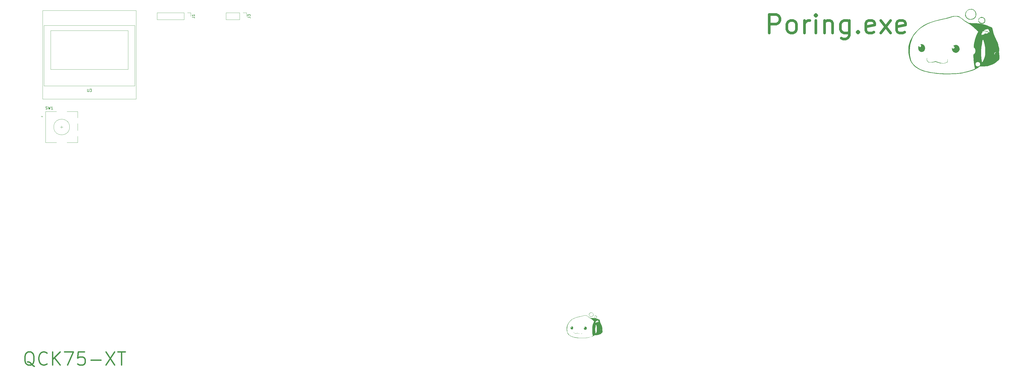
<source format=gto>
G04 #@! TF.GenerationSoftware,KiCad,Pcbnew,(6.0.11)*
G04 #@! TF.CreationDate,2023-02-23T23:31:12+07:00*
G04 #@! TF.ProjectId,QCK,51434b2e-6b69-4636-9164-5f7063625858,rev?*
G04 #@! TF.SameCoordinates,Original*
G04 #@! TF.FileFunction,Legend,Top*
G04 #@! TF.FilePolarity,Positive*
%FSLAX46Y46*%
G04 Gerber Fmt 4.6, Leading zero omitted, Abs format (unit mm)*
G04 Created by KiCad (PCBNEW (6.0.11)) date 2023-02-23 23:31:12*
%MOMM*%
%LPD*%
G01*
G04 APERTURE LIST*
%ADD10C,0.500000*%
%ADD11C,1.000000*%
%ADD12C,0.150000*%
%ADD13C,0.120000*%
%ADD14O,1.700000X1.700000*%
%ADD15R,1.700000X1.700000*%
%ADD16C,4.800000*%
%ADD17R,2.000000X2.000000*%
%ADD18C,2.000000*%
%ADD19R,3.200000X2.000000*%
%ADD20C,3.987800*%
%ADD21C,1.750000*%
%ADD22C,3.300000*%
%ADD23C,4.000000*%
%ADD24C,0.650000*%
%ADD25O,1.000000X2.100000*%
%ADD26O,1.000000X1.600000*%
G04 APERTURE END LIST*
D10*
X37151904Y-184538095D02*
X36675714Y-184300000D01*
X36199523Y-183823809D01*
X35485238Y-183109523D01*
X35009047Y-182871428D01*
X34532857Y-182871428D01*
X34770952Y-184061904D02*
X34294761Y-183823809D01*
X33818571Y-183347619D01*
X33580476Y-182395238D01*
X33580476Y-180728571D01*
X33818571Y-179776190D01*
X34294761Y-179300000D01*
X34770952Y-179061904D01*
X35723333Y-179061904D01*
X36199523Y-179300000D01*
X36675714Y-179776190D01*
X36913809Y-180728571D01*
X36913809Y-182395238D01*
X36675714Y-183347619D01*
X36199523Y-183823809D01*
X35723333Y-184061904D01*
X34770952Y-184061904D01*
X41913809Y-183585714D02*
X41675714Y-183823809D01*
X40961428Y-184061904D01*
X40485238Y-184061904D01*
X39770952Y-183823809D01*
X39294761Y-183347619D01*
X39056666Y-182871428D01*
X38818571Y-181919047D01*
X38818571Y-181204761D01*
X39056666Y-180252380D01*
X39294761Y-179776190D01*
X39770952Y-179300000D01*
X40485238Y-179061904D01*
X40961428Y-179061904D01*
X41675714Y-179300000D01*
X41913809Y-179538095D01*
X44056666Y-184061904D02*
X44056666Y-179061904D01*
X46913809Y-184061904D02*
X44770952Y-181204761D01*
X46913809Y-179061904D02*
X44056666Y-181919047D01*
X48580476Y-179061904D02*
X51913809Y-179061904D01*
X49770952Y-184061904D01*
X56199523Y-179061904D02*
X53818571Y-179061904D01*
X53580476Y-181442857D01*
X53818571Y-181204761D01*
X54294761Y-180966666D01*
X55485238Y-180966666D01*
X55961428Y-181204761D01*
X56199523Y-181442857D01*
X56437619Y-181919047D01*
X56437619Y-183109523D01*
X56199523Y-183585714D01*
X55961428Y-183823809D01*
X55485238Y-184061904D01*
X54294761Y-184061904D01*
X53818571Y-183823809D01*
X53580476Y-183585714D01*
X58580476Y-182157142D02*
X62390000Y-182157142D01*
X64294761Y-179061904D02*
X67628095Y-184061904D01*
X67628095Y-179061904D02*
X64294761Y-184061904D01*
X68818571Y-179061904D02*
X71675714Y-179061904D01*
X70247142Y-184061904D02*
X70247142Y-179061904D01*
D11*
X316042708Y-57935416D02*
X316042708Y-50935416D01*
X318709375Y-50935416D01*
X319376041Y-51268750D01*
X319709375Y-51602083D01*
X320042708Y-52268750D01*
X320042708Y-53268750D01*
X319709375Y-53935416D01*
X319376041Y-54268750D01*
X318709375Y-54602083D01*
X316042708Y-54602083D01*
X324042708Y-57935416D02*
X323376041Y-57602083D01*
X323042708Y-57268750D01*
X322709375Y-56602083D01*
X322709375Y-54602083D01*
X323042708Y-53935416D01*
X323376041Y-53602083D01*
X324042708Y-53268750D01*
X325042708Y-53268750D01*
X325709375Y-53602083D01*
X326042708Y-53935416D01*
X326376041Y-54602083D01*
X326376041Y-56602083D01*
X326042708Y-57268750D01*
X325709375Y-57602083D01*
X325042708Y-57935416D01*
X324042708Y-57935416D01*
X329376041Y-57935416D02*
X329376041Y-53268750D01*
X329376041Y-54602083D02*
X329709375Y-53935416D01*
X330042708Y-53602083D01*
X330709375Y-53268750D01*
X331376041Y-53268750D01*
X333709375Y-57935416D02*
X333709375Y-53268750D01*
X333709375Y-50935416D02*
X333376041Y-51268750D01*
X333709375Y-51602083D01*
X334042708Y-51268750D01*
X333709375Y-50935416D01*
X333709375Y-51602083D01*
X337042708Y-53268750D02*
X337042708Y-57935416D01*
X337042708Y-53935416D02*
X337376041Y-53602083D01*
X338042708Y-53268750D01*
X339042708Y-53268750D01*
X339709375Y-53602083D01*
X340042708Y-54268750D01*
X340042708Y-57935416D01*
X346376041Y-53268750D02*
X346376041Y-58935416D01*
X346042708Y-59602083D01*
X345709375Y-59935416D01*
X345042708Y-60268750D01*
X344042708Y-60268750D01*
X343376041Y-59935416D01*
X346376041Y-57602083D02*
X345709375Y-57935416D01*
X344376041Y-57935416D01*
X343709375Y-57602083D01*
X343376041Y-57268750D01*
X343042708Y-56602083D01*
X343042708Y-54602083D01*
X343376041Y-53935416D01*
X343709375Y-53602083D01*
X344376041Y-53268750D01*
X345709375Y-53268750D01*
X346376041Y-53602083D01*
X349709375Y-57268750D02*
X350042708Y-57602083D01*
X349709375Y-57935416D01*
X349376041Y-57602083D01*
X349709375Y-57268750D01*
X349709375Y-57935416D01*
X355709375Y-57602083D02*
X355042708Y-57935416D01*
X353709375Y-57935416D01*
X353042708Y-57602083D01*
X352709375Y-56935416D01*
X352709375Y-54268750D01*
X353042708Y-53602083D01*
X353709375Y-53268750D01*
X355042708Y-53268750D01*
X355709375Y-53602083D01*
X356042708Y-54268750D01*
X356042708Y-54935416D01*
X352709375Y-55602083D01*
X358376041Y-57935416D02*
X362042708Y-53268750D01*
X358376041Y-53268750D02*
X362042708Y-57935416D01*
X367376041Y-57602083D02*
X366709375Y-57935416D01*
X365376041Y-57935416D01*
X364709375Y-57602083D01*
X364376041Y-56935416D01*
X364376041Y-54268750D01*
X364709375Y-53602083D01*
X365376041Y-53268750D01*
X366709375Y-53268750D01*
X367376041Y-53602083D01*
X367709375Y-54268750D01*
X367709375Y-54935416D01*
X364376041Y-55602083D01*
D12*
X57258095Y-79262380D02*
X57258095Y-80071904D01*
X57305714Y-80167142D01*
X57353333Y-80214761D01*
X57448571Y-80262380D01*
X57639047Y-80262380D01*
X57734285Y-80214761D01*
X57781904Y-80167142D01*
X57829523Y-80071904D01*
X57829523Y-79262380D01*
X58210476Y-79262380D02*
X58829523Y-79262380D01*
X58496190Y-79643333D01*
X58639047Y-79643333D01*
X58734285Y-79690952D01*
X58781904Y-79738571D01*
X58829523Y-79833809D01*
X58829523Y-80071904D01*
X58781904Y-80167142D01*
X58734285Y-80214761D01*
X58639047Y-80262380D01*
X58353333Y-80262380D01*
X58258095Y-80214761D01*
X58210476Y-80167142D01*
X96948005Y-51927083D02*
X97662291Y-51927083D01*
X97805148Y-51974702D01*
X97900386Y-52069940D01*
X97948005Y-52212797D01*
X97948005Y-52308035D01*
X97948005Y-50927083D02*
X97948005Y-51498511D01*
X97948005Y-51212797D02*
X96948005Y-51212797D01*
X97090863Y-51308035D01*
X97186101Y-51403273D01*
X97233720Y-51498511D01*
X118066755Y-51927083D02*
X118781041Y-51927083D01*
X118923898Y-51974702D01*
X119019136Y-52069940D01*
X119066755Y-52212797D01*
X119066755Y-52308035D01*
X118066755Y-51546130D02*
X118066755Y-50927083D01*
X118447708Y-51260416D01*
X118447708Y-51117559D01*
X118495327Y-51022321D01*
X118542946Y-50974702D01*
X118638184Y-50927083D01*
X118876279Y-50927083D01*
X118971517Y-50974702D01*
X119019136Y-51022321D01*
X119066755Y-51117559D01*
X119066755Y-51403273D01*
X119019136Y-51498511D01*
X118971517Y-51546130D01*
X41444791Y-86867261D02*
X41587648Y-86914880D01*
X41825744Y-86914880D01*
X41920982Y-86867261D01*
X41968601Y-86819642D01*
X42016220Y-86724404D01*
X42016220Y-86629166D01*
X41968601Y-86533928D01*
X41920982Y-86486309D01*
X41825744Y-86438690D01*
X41635267Y-86391071D01*
X41540029Y-86343452D01*
X41492410Y-86295833D01*
X41444791Y-86200595D01*
X41444791Y-86105357D01*
X41492410Y-86010119D01*
X41540029Y-85962500D01*
X41635267Y-85914880D01*
X41873363Y-85914880D01*
X42016220Y-85962500D01*
X42349553Y-85914880D02*
X42587648Y-86914880D01*
X42778125Y-86200595D01*
X42968601Y-86914880D01*
X43206696Y-85914880D01*
X44111458Y-86914880D02*
X43540029Y-86914880D01*
X43825744Y-86914880D02*
X43825744Y-85914880D01*
X43730505Y-86057738D01*
X43635267Y-86152976D01*
X43540029Y-86200595D01*
D13*
X40743750Y-55061250D02*
X75243750Y-55061250D01*
X75243750Y-55061250D02*
X75243750Y-78061250D01*
X75243750Y-78061250D02*
X40743750Y-78061250D01*
X40743750Y-78061250D02*
X40743750Y-55061250D01*
X75743750Y-83061250D02*
X40243750Y-83061250D01*
X40243750Y-83061250D02*
X40243750Y-49461250D01*
X40243750Y-49461250D02*
X75743750Y-49461250D01*
X75743750Y-49461250D02*
X75743750Y-83061250D01*
X43283750Y-57031250D02*
X72703750Y-57031250D01*
X72703750Y-57031250D02*
X72703750Y-71731250D01*
X72703750Y-71731250D02*
X43283750Y-71731250D01*
X43283750Y-71731250D02*
X43283750Y-57031250D01*
G36*
X368829891Y-63955083D02*
G01*
X368873518Y-63266018D01*
X368945878Y-62688708D01*
X369059456Y-62166355D01*
X369226738Y-61642163D01*
X369460211Y-61059335D01*
X369473005Y-61029585D01*
X370091254Y-59757675D01*
X370802865Y-58600642D01*
X371614611Y-57553529D01*
X372533265Y-56611377D01*
X373565600Y-55769230D01*
X374718389Y-55022130D01*
X375998404Y-54365120D01*
X377412420Y-53793242D01*
X378967207Y-53301540D01*
X380571375Y-52906218D01*
X381370073Y-52731826D01*
X382029590Y-52585250D01*
X382576527Y-52459810D01*
X383037483Y-52348826D01*
X383439060Y-52245619D01*
X383807860Y-52143510D01*
X384170482Y-52035817D01*
X384553528Y-51915863D01*
X384691440Y-51871647D01*
X385157605Y-51725303D01*
X385516698Y-51626055D01*
X385821321Y-51564618D01*
X386124075Y-51531706D01*
X386477558Y-51518034D01*
X386709708Y-51515371D01*
X387138697Y-51516525D01*
X387446129Y-51531713D01*
X387679648Y-51568279D01*
X387886896Y-51633566D01*
X388106708Y-51730720D01*
X388357334Y-51872064D01*
X388693272Y-52091975D01*
X389070168Y-52360114D01*
X389435536Y-52639661D01*
X389847819Y-52955010D01*
X390299785Y-53279848D01*
X390731550Y-53572136D01*
X391029659Y-53758712D01*
X391760619Y-54190457D01*
X393553163Y-54212645D01*
X394574911Y-54242058D01*
X395473154Y-54308779D01*
X396291252Y-54421301D01*
X397072566Y-54588117D01*
X397860454Y-54817721D01*
X398698276Y-55118605D01*
X399198041Y-55318362D01*
X399584902Y-55476573D01*
X399940172Y-55620262D01*
X400218992Y-55731376D01*
X400354945Y-55783966D01*
X400498566Y-55852567D01*
X400608955Y-55954758D01*
X400699374Y-56119463D01*
X400783084Y-56375607D01*
X400873349Y-56752115D01*
X400937606Y-57054750D01*
X401133792Y-57878864D01*
X401379122Y-58671032D01*
X401691446Y-59481096D01*
X402088615Y-60358900D01*
X402211118Y-60610750D01*
X402528047Y-61279385D01*
X402752741Y-61811742D01*
X402887016Y-62212349D01*
X402924565Y-62388750D01*
X402990601Y-62734856D01*
X403081361Y-63079924D01*
X403126166Y-63213556D01*
X403213825Y-63511317D01*
X403280006Y-63856924D01*
X403321000Y-64206812D01*
X403333101Y-64517417D01*
X403312598Y-64745174D01*
X403264810Y-64842372D01*
X403216085Y-64906482D01*
X403199485Y-65039990D01*
X403215022Y-65274780D01*
X403262711Y-65642732D01*
X403265145Y-65659686D01*
X403319266Y-66123784D01*
X403360532Y-66642531D01*
X403380655Y-67109844D01*
X403381129Y-67144136D01*
X403369711Y-67592659D01*
X403308253Y-67921030D01*
X403172911Y-68176390D01*
X402939843Y-68405883D01*
X402631575Y-68626124D01*
X402323656Y-68853232D01*
X402010094Y-69119517D01*
X401890149Y-69234115D01*
X401673748Y-69431136D01*
X401428843Y-69604034D01*
X401127128Y-69766663D01*
X400740296Y-69932875D01*
X400240041Y-70116522D01*
X399748375Y-70282270D01*
X399360596Y-70407530D01*
X399049564Y-70497913D01*
X398771809Y-70560185D01*
X398483862Y-70601113D01*
X398142254Y-70627463D01*
X397703516Y-70646002D01*
X397339504Y-70657250D01*
X395946634Y-70698003D01*
X395236508Y-71170504D01*
X394794310Y-71450049D01*
X394350097Y-71696869D01*
X393879507Y-71920129D01*
X393358174Y-72128990D01*
X392761737Y-72332619D01*
X392065831Y-72540177D01*
X391246094Y-72760829D01*
X390522114Y-72943704D01*
X389946126Y-73083104D01*
X389471797Y-73188496D01*
X389037630Y-73271190D01*
X388582127Y-73342499D01*
X388043791Y-73413731D01*
X387810375Y-73442444D01*
X387321369Y-73489181D01*
X386698285Y-73529305D01*
X385976274Y-73562145D01*
X385190488Y-73587028D01*
X384376078Y-73603283D01*
X383568195Y-73610238D01*
X382801990Y-73607221D01*
X382112614Y-73593560D01*
X381535219Y-73568584D01*
X381460375Y-73563815D01*
X379755008Y-73423354D01*
X378206908Y-73240381D01*
X376808997Y-73013196D01*
X375554201Y-72740104D01*
X374435444Y-72419405D01*
X373445652Y-72049403D01*
X372577747Y-71628400D01*
X372040683Y-71303591D01*
X371657832Y-71016312D01*
X371232722Y-70642772D01*
X370803328Y-70221657D01*
X370407626Y-69791652D01*
X370083591Y-69391444D01*
X369909537Y-69132576D01*
X369542561Y-68381511D01*
X369242831Y-67507104D01*
X369017651Y-66544382D01*
X368874324Y-65528372D01*
X368870972Y-65464373D01*
X369338353Y-65464373D01*
X369418573Y-66451296D01*
X369572049Y-67399159D01*
X369737866Y-68068527D01*
X370042369Y-68807887D01*
X370513894Y-69528514D01*
X371150968Y-70228508D01*
X371916889Y-70879288D01*
X372616766Y-71347366D01*
X373420609Y-71763013D01*
X374336909Y-72128430D01*
X375374159Y-72445816D01*
X376540849Y-72717370D01*
X377845472Y-72945290D01*
X379296519Y-73131778D01*
X380902481Y-73279031D01*
X381291685Y-73307374D01*
X381807530Y-73333332D01*
X382440552Y-73349413D01*
X383158883Y-73356179D01*
X383930657Y-73354195D01*
X384724005Y-73344023D01*
X385507061Y-73326228D01*
X386247955Y-73301372D01*
X386914822Y-73270020D01*
X387475792Y-73232735D01*
X387895041Y-73190599D01*
X388372412Y-73126267D01*
X388776982Y-73065388D01*
X389151263Y-72999498D01*
X389537767Y-72920136D01*
X389979005Y-72818839D01*
X390517489Y-72687144D01*
X390878286Y-72596729D01*
X391797863Y-72357255D01*
X392555048Y-72142467D01*
X393154690Y-71950519D01*
X393601639Y-71779565D01*
X393900744Y-71627758D01*
X394056854Y-71493255D01*
X394076921Y-71379279D01*
X393989617Y-71091687D01*
X393893244Y-70668432D01*
X393794255Y-70142474D01*
X393699101Y-69546769D01*
X393651148Y-69204416D01*
X393529905Y-67995340D01*
X393469079Y-66681718D01*
X393468284Y-65623660D01*
X396415150Y-65623660D01*
X396427144Y-66198750D01*
X396453291Y-66671598D01*
X396493566Y-67166285D01*
X396544270Y-67656307D01*
X396601703Y-68115161D01*
X396662164Y-68516343D01*
X396721954Y-68833351D01*
X396777372Y-69039682D01*
X396824720Y-69108832D01*
X396832726Y-69104043D01*
X396905187Y-69000093D01*
X397032684Y-68791527D01*
X397188562Y-68522053D01*
X397199728Y-68502251D01*
X397376944Y-68151217D01*
X397563389Y-67724631D01*
X397721215Y-67309601D01*
X397733128Y-67274584D01*
X397814986Y-67022813D01*
X397875012Y-66804220D01*
X397916501Y-66585756D01*
X397942749Y-66334375D01*
X397957050Y-66017027D01*
X397962700Y-65600667D01*
X397962712Y-65578065D01*
X401401099Y-65578065D01*
X401418361Y-65771420D01*
X401455646Y-65995019D01*
X401502122Y-66185935D01*
X401546959Y-66281243D01*
X401553339Y-66283416D01*
X401582741Y-66208216D01*
X401588654Y-66018278D01*
X401582612Y-65910620D01*
X401575187Y-65672183D01*
X401616576Y-65546393D01*
X401727617Y-65478891D01*
X401751335Y-65470512D01*
X401927712Y-65424693D01*
X402013208Y-65419975D01*
X402069023Y-65367498D01*
X402076708Y-65308613D01*
X402058740Y-65233991D01*
X401976575Y-65231404D01*
X401787826Y-65301220D01*
X401763557Y-65311320D01*
X401556850Y-65402432D01*
X401428543Y-65467854D01*
X401414690Y-65477878D01*
X401401099Y-65578065D01*
X397962712Y-65578065D01*
X397962993Y-65052245D01*
X397962814Y-64971083D01*
X397953101Y-64198921D01*
X397926709Y-63565201D01*
X397881750Y-63039680D01*
X397816336Y-62592114D01*
X397813203Y-62575059D01*
X397727488Y-62173281D01*
X397617089Y-61742734D01*
X397493979Y-61321756D01*
X397370131Y-60948682D01*
X397257520Y-60661848D01*
X397168118Y-60499591D01*
X397163280Y-60494146D01*
X397109650Y-60498005D01*
X397048044Y-60624448D01*
X396975736Y-60883897D01*
X396890001Y-61286776D01*
X396788116Y-61843508D01*
X396745469Y-62092416D01*
X396558330Y-63368602D01*
X396449186Y-64533268D01*
X396415150Y-65623660D01*
X393468284Y-65623660D01*
X393468053Y-65316953D01*
X393526204Y-63954449D01*
X393642915Y-62647607D01*
X393735369Y-61948323D01*
X393865512Y-61287319D01*
X394063739Y-60539442D01*
X394311102Y-59763075D01*
X394588653Y-59016602D01*
X394871132Y-58372788D01*
X396573375Y-58372788D01*
X396582773Y-58608549D01*
X396621498Y-58712032D01*
X396705347Y-58719753D01*
X396721541Y-58715283D01*
X396890136Y-58669254D01*
X397146062Y-58603711D01*
X397273314Y-58572164D01*
X397550367Y-58489858D01*
X397695727Y-58417017D01*
X397700323Y-58364883D01*
X397555088Y-58344698D01*
X397454129Y-58348020D01*
X397212692Y-58333434D01*
X397107519Y-58246961D01*
X397105320Y-58240083D01*
X397093614Y-58162783D01*
X397146042Y-58223150D01*
X397274217Y-58286574D01*
X397485224Y-58292962D01*
X397721176Y-58253708D01*
X397924186Y-58180210D01*
X398036369Y-58083862D01*
X398043434Y-58046487D01*
X398069211Y-57948786D01*
X398110378Y-57951786D01*
X398152512Y-58060895D01*
X398137079Y-58163700D01*
X398115714Y-58231943D01*
X398118916Y-58271259D01*
X398170787Y-58275643D01*
X398295427Y-58239091D01*
X398516939Y-58155597D01*
X398859423Y-58019159D01*
X399092208Y-57925741D01*
X399182692Y-57868246D01*
X399161001Y-57787995D01*
X399014243Y-57652169D01*
X398971028Y-57617268D01*
X398509985Y-57353753D01*
X397982722Y-57236240D01*
X397416388Y-57269461D01*
X397228741Y-57313422D01*
X397016462Y-57410488D01*
X396827514Y-57558016D01*
X396699754Y-57716564D01*
X396671042Y-57846691D01*
X396688906Y-57875836D01*
X396738475Y-57864926D01*
X396742708Y-57830861D01*
X396811760Y-57745252D01*
X396880075Y-57732083D01*
X396969918Y-57754352D01*
X396922128Y-57846775D01*
X396912041Y-57859083D01*
X396767893Y-57966674D01*
X396690008Y-57986083D01*
X396610984Y-58049490D01*
X396576183Y-58252218D01*
X396573375Y-58372788D01*
X394871132Y-58372788D01*
X394877444Y-58358403D01*
X394943721Y-58225139D01*
X395330616Y-57468188D01*
X394961793Y-57092402D01*
X397390410Y-57092402D01*
X397450607Y-57115453D01*
X397641008Y-57096487D01*
X397649754Y-57095167D01*
X398066985Y-57092869D01*
X398506131Y-57189415D01*
X398901280Y-57364633D01*
X399146614Y-57553258D01*
X399359940Y-57729303D01*
X399508872Y-57756473D01*
X399580968Y-57639149D01*
X399568261Y-57404759D01*
X399440368Y-57007048D01*
X399232683Y-56675736D01*
X399124283Y-56567916D01*
X398910283Y-56474651D01*
X398617170Y-56494678D01*
X398227426Y-56630331D01*
X398055041Y-56710384D01*
X397686226Y-56895944D01*
X397466816Y-57021258D01*
X397390410Y-57092402D01*
X394961793Y-57092402D01*
X394830162Y-56958286D01*
X394267039Y-56420836D01*
X393610125Y-55853497D01*
X392901279Y-55288516D01*
X392182362Y-54758143D01*
X391495235Y-54294625D01*
X390943041Y-53963731D01*
X390649917Y-53785522D01*
X390271127Y-53532114D01*
X389852354Y-53235177D01*
X389439284Y-52926379D01*
X389376708Y-52877935D01*
X388868217Y-52489623D01*
X388456219Y-52198554D01*
X388109299Y-51991007D01*
X387796042Y-51853259D01*
X387485033Y-51771590D01*
X387144857Y-51732278D01*
X386744098Y-51721600D01*
X386729309Y-51721577D01*
X386315850Y-51728953D01*
X385974542Y-51759298D01*
X385640269Y-51823521D01*
X385247914Y-51932531D01*
X384993643Y-52012358D01*
X383562906Y-52433956D01*
X381974267Y-52830802D01*
X380867708Y-53073382D01*
X379116927Y-53498649D01*
X377507763Y-54014605D01*
X376040543Y-54621066D01*
X374715594Y-55317850D01*
X373533242Y-56104774D01*
X372493815Y-56981655D01*
X371597638Y-57948309D01*
X371176576Y-58503035D01*
X370886176Y-58929319D01*
X370655041Y-59310694D01*
X370460093Y-59694465D01*
X370278253Y-60127941D01*
X370086444Y-60658427D01*
X369998745Y-60917396D01*
X369718249Y-61851991D01*
X369522186Y-62746595D01*
X369397333Y-63673098D01*
X369338896Y-64505416D01*
X369338353Y-65464373D01*
X368870972Y-65464373D01*
X368820155Y-64494101D01*
X368829891Y-63955083D01*
G37*
G36*
X398417520Y-57436265D02*
G01*
X398367599Y-57500018D01*
X398308260Y-57605391D01*
X398387820Y-57657616D01*
X398452266Y-57671683D01*
X398574082Y-57699130D01*
X398538827Y-57713103D01*
X398419871Y-57720553D01*
X398233862Y-57702326D01*
X398142333Y-57651664D01*
X398169216Y-57558116D01*
X398285503Y-57468469D01*
X398415049Y-57406036D01*
X398417520Y-57436265D01*
G37*
G36*
X375967462Y-67387503D02*
G01*
X375955686Y-67426416D01*
X375859850Y-67914669D01*
X375914812Y-68328939D01*
X376119755Y-68666615D01*
X376416136Y-68894216D01*
X376829392Y-69039781D01*
X377343519Y-69080958D01*
X377926380Y-69018155D01*
X378499230Y-68867707D01*
X379123943Y-68657998D01*
X379953492Y-68988098D01*
X380755383Y-69261289D01*
X381490603Y-69418970D01*
X382140689Y-69458030D01*
X382508545Y-69418394D01*
X383026550Y-69266966D01*
X383395201Y-69037313D01*
X383616407Y-68727320D01*
X383692081Y-68334871D01*
X383678181Y-68123318D01*
X383657037Y-67916464D01*
X383672316Y-67859821D01*
X383719391Y-67923261D01*
X383763575Y-68097579D01*
X383775626Y-68362353D01*
X383767053Y-68510999D01*
X383717317Y-68807277D01*
X383618022Y-69004313D01*
X383482076Y-69136672D01*
X383095880Y-69353471D01*
X382593808Y-69492035D01*
X382012575Y-69547549D01*
X381388893Y-69515197D01*
X381037041Y-69457374D01*
X380647884Y-69364237D01*
X380198177Y-69237948D01*
X379786792Y-69106355D01*
X379129210Y-68877789D01*
X378474459Y-69038201D01*
X377943383Y-69137624D01*
X377413474Y-69182514D01*
X376928490Y-69172847D01*
X376532185Y-69108603D01*
X376346162Y-69039283D01*
X376046459Y-68798667D01*
X375843040Y-68463599D01*
X375750073Y-68081939D01*
X375781727Y-67701548D01*
X375881223Y-67468750D01*
X375960917Y-67353194D01*
X375967462Y-67387503D01*
G37*
G36*
X395432960Y-52784061D02*
G01*
X395485244Y-52580638D01*
X395586988Y-52422938D01*
X395744321Y-52266694D01*
X396137681Y-52005457D01*
X396562377Y-51910018D01*
X397010784Y-51981384D01*
X397224143Y-52071119D01*
X397611565Y-52321798D01*
X397853818Y-52625972D01*
X397973648Y-53015276D01*
X397987407Y-53132609D01*
X397957034Y-53585891D01*
X397792420Y-53953582D01*
X397512327Y-54222645D01*
X397135516Y-54380042D01*
X396680750Y-54412734D01*
X396256416Y-54335500D01*
X396030829Y-54226794D01*
X395777898Y-54043638D01*
X395675812Y-53950210D01*
X395511196Y-53776568D01*
X395422914Y-53633598D01*
X395391752Y-53460667D01*
X395398495Y-53197143D01*
X395401661Y-53145891D01*
X395541868Y-53145891D01*
X395619887Y-53480497D01*
X395817186Y-53775873D01*
X396118576Y-54006041D01*
X396508869Y-54145017D01*
X396804872Y-54174155D01*
X397103260Y-54138886D01*
X397350249Y-54004201D01*
X397439872Y-53929028D01*
X397602090Y-53765697D01*
X397684633Y-53607031D01*
X397713695Y-53385006D01*
X397716375Y-53210989D01*
X397704258Y-52919954D01*
X397650030Y-52725110D01*
X397526872Y-52554006D01*
X397439580Y-52463211D01*
X397274084Y-52312075D01*
X397121020Y-52228939D01*
X396920049Y-52193741D01*
X396610835Y-52186417D01*
X396607135Y-52186416D01*
X396299571Y-52192856D01*
X396103818Y-52225359D01*
X395962469Y-52303698D01*
X395818118Y-52447649D01*
X395804429Y-52462919D01*
X395598319Y-52798038D01*
X395541868Y-53145891D01*
X395401661Y-53145891D01*
X395404805Y-53095009D01*
X395432960Y-52784061D01*
G37*
G36*
X390586273Y-50086249D02*
G01*
X390863815Y-49637142D01*
X391258081Y-49254886D01*
X391581672Y-49051872D01*
X391917168Y-48938304D01*
X392346298Y-48874580D01*
X392799852Y-48864113D01*
X393208620Y-48910315D01*
X393393049Y-48962549D01*
X393821803Y-49210452D01*
X394164084Y-49573778D01*
X394413062Y-50020107D01*
X394561906Y-50517018D01*
X394603783Y-51032091D01*
X394531864Y-51532906D01*
X394339317Y-51987043D01*
X394094975Y-52293858D01*
X393659316Y-52623123D01*
X393156698Y-52822145D01*
X392557753Y-52901654D01*
X392424708Y-52904157D01*
X392000024Y-52887343D01*
X391678380Y-52826662D01*
X391431647Y-52728712D01*
X390986563Y-52424516D01*
X390664569Y-52031166D01*
X390464604Y-51574665D01*
X390385607Y-51081011D01*
X390400906Y-50892233D01*
X390630082Y-50892233D01*
X390675081Y-51451465D01*
X390846284Y-51900951D01*
X391150913Y-52251433D01*
X391596188Y-52513651D01*
X391763973Y-52578719D01*
X392334148Y-52690707D01*
X392928951Y-52636721D01*
X393399598Y-52482225D01*
X393807386Y-52224550D01*
X394104312Y-51868164D01*
X394290385Y-51442342D01*
X394365616Y-50976361D01*
X394330017Y-50499496D01*
X394183598Y-50041023D01*
X393926370Y-49630218D01*
X393558344Y-49296358D01*
X393398375Y-49200451D01*
X393139415Y-49120637D01*
X392779740Y-49080029D01*
X392383564Y-49079464D01*
X392015103Y-49119782D01*
X391790083Y-49179442D01*
X391312132Y-49447449D01*
X390952591Y-49830500D01*
X390721879Y-50313210D01*
X390630418Y-50880195D01*
X390630082Y-50892233D01*
X390400906Y-50892233D01*
X390426517Y-50576205D01*
X390586273Y-50086249D01*
G37*
G36*
X387322431Y-62584913D02*
G01*
X387716850Y-62799325D01*
X388028116Y-63118709D01*
X388095310Y-63226405D01*
X388267107Y-63690584D01*
X388287396Y-64157988D01*
X388168507Y-64598429D01*
X387922773Y-64981722D01*
X387562524Y-65277678D01*
X387193912Y-65433024D01*
X386962807Y-65491832D01*
X386795661Y-65506439D01*
X386604484Y-65477753D01*
X386444251Y-65440762D01*
X386017411Y-65256736D01*
X385672419Y-64944608D01*
X385432272Y-64535053D01*
X385319968Y-64058746D01*
X385314567Y-63933916D01*
X385331355Y-63677659D01*
X385386977Y-63584659D01*
X385484075Y-63652753D01*
X385547059Y-63743416D01*
X385710960Y-63877707D01*
X385857711Y-63912750D01*
X386110602Y-63845948D01*
X386272302Y-63676328D01*
X386332083Y-63450064D01*
X386279219Y-63213333D01*
X386102982Y-63012309D01*
X386071633Y-62991924D01*
X385814558Y-62835587D01*
X386050466Y-62680935D01*
X386448219Y-62514776D01*
X386885881Y-62486416D01*
X387322431Y-62584913D01*
G37*
G36*
X374320501Y-62297327D02*
G01*
X374676477Y-62515563D01*
X374948818Y-62850880D01*
X375117610Y-63280035D01*
X375164803Y-63694714D01*
X375115144Y-64156002D01*
X374949294Y-64535136D01*
X374654140Y-64879295D01*
X374331858Y-65080288D01*
X373940203Y-65171837D01*
X373541877Y-65147422D01*
X373238273Y-65026508D01*
X372886490Y-64710520D01*
X372647519Y-64295880D01*
X372533654Y-63820209D01*
X372557190Y-63321128D01*
X372612059Y-63110383D01*
X372715471Y-62797040D01*
X372874512Y-63058562D01*
X373071126Y-63263887D01*
X373298561Y-63317641D01*
X373522922Y-63214647D01*
X373573252Y-63165249D01*
X373700389Y-62923046D01*
X373663814Y-62679345D01*
X373501774Y-62488594D01*
X373380532Y-62362321D01*
X373402452Y-62278995D01*
X373575595Y-62233174D01*
X373900806Y-62219416D01*
X374320501Y-62297327D01*
G37*
X96495625Y-50263750D02*
X96495625Y-51593750D01*
X93895625Y-52923750D02*
X83675625Y-52923750D01*
X93895625Y-50263750D02*
X83675625Y-50263750D01*
X83675625Y-50263750D02*
X83675625Y-52923750D01*
X95165625Y-50263750D02*
X96495625Y-50263750D01*
X93895625Y-50263750D02*
X93895625Y-52923750D01*
G36*
X241940560Y-171378013D02*
G01*
X241935924Y-171393333D01*
X241898193Y-171585558D01*
X241919832Y-171748657D01*
X242000518Y-171881600D01*
X242117204Y-171971207D01*
X242279903Y-172028516D01*
X242482315Y-172044727D01*
X242711788Y-172020002D01*
X242937320Y-171960770D01*
X243183269Y-171878208D01*
X243509864Y-172008168D01*
X243825569Y-172115724D01*
X244115025Y-172177803D01*
X244370965Y-172193181D01*
X244515790Y-172177576D01*
X244719729Y-172117959D01*
X244864867Y-172027544D01*
X244951956Y-171905500D01*
X244981749Y-171750992D01*
X244976277Y-171667704D01*
X244967952Y-171586265D01*
X244973968Y-171563965D01*
X244992501Y-171588941D01*
X245009896Y-171657570D01*
X245014641Y-171761812D01*
X245011266Y-171820334D01*
X244991685Y-171936979D01*
X244952592Y-172014552D01*
X244899070Y-172066662D01*
X244747024Y-172152016D01*
X244549358Y-172206569D01*
X244320526Y-172228425D01*
X244074982Y-172215688D01*
X243936458Y-172192923D01*
X243783246Y-172156254D01*
X243606196Y-172106534D01*
X243444234Y-172054726D01*
X243185343Y-171964739D01*
X242927567Y-172027894D01*
X242718482Y-172067037D01*
X242509857Y-172084710D01*
X242318918Y-172080904D01*
X242162892Y-172055611D01*
X242089655Y-172028320D01*
X241971662Y-171933589D01*
X241891575Y-171801672D01*
X241854974Y-171651413D01*
X241867436Y-171501653D01*
X241906608Y-171410000D01*
X241937984Y-171364505D01*
X241940560Y-171378013D01*
G37*
G36*
X241292151Y-169374006D02*
G01*
X241432299Y-169459926D01*
X241539520Y-169591941D01*
X241605973Y-169760899D01*
X241624553Y-169924159D01*
X241605002Y-170105768D01*
X241539707Y-170255033D01*
X241423505Y-170390529D01*
X241296622Y-170469660D01*
X241142427Y-170505703D01*
X240985606Y-170496091D01*
X240866077Y-170448487D01*
X240727580Y-170324082D01*
X240633496Y-170160838D01*
X240588668Y-169973566D01*
X240597934Y-169777078D01*
X240619536Y-169694107D01*
X240660249Y-169570744D01*
X240722864Y-169673705D01*
X240800271Y-169754542D01*
X240889812Y-169775705D01*
X240978143Y-169735156D01*
X240997958Y-169715708D01*
X241048012Y-169620352D01*
X241033613Y-169524407D01*
X240969817Y-169449309D01*
X240922084Y-169399595D01*
X240930714Y-169366789D01*
X240998881Y-169348749D01*
X241126916Y-169343333D01*
X241292151Y-169374006D01*
G37*
G36*
X247695998Y-164566495D02*
G01*
X247805266Y-164389682D01*
X247960489Y-164239187D01*
X248087887Y-164159260D01*
X248219972Y-164114549D01*
X248388921Y-164089460D01*
X248567486Y-164085339D01*
X248728418Y-164103529D01*
X248801028Y-164124094D01*
X248969828Y-164221693D01*
X249104585Y-164364735D01*
X249202608Y-164540455D01*
X249261208Y-164736089D01*
X249277695Y-164938874D01*
X249249380Y-165136045D01*
X249173574Y-165314839D01*
X249077377Y-165435633D01*
X248905858Y-165565265D01*
X248707976Y-165643620D01*
X248472171Y-165674923D01*
X248419791Y-165675908D01*
X248252593Y-165669288D01*
X248125961Y-165645398D01*
X248028822Y-165606835D01*
X247853592Y-165487073D01*
X247726823Y-165332211D01*
X247648097Y-165152486D01*
X247616995Y-164958134D01*
X247623018Y-164883812D01*
X247713245Y-164883812D01*
X247730962Y-165103982D01*
X247798365Y-165280945D01*
X247918297Y-165418930D01*
X248093602Y-165522166D01*
X248159659Y-165547783D01*
X248384138Y-165591873D01*
X248618312Y-165570618D01*
X248803606Y-165509793D01*
X248964153Y-165408346D01*
X249081053Y-165268037D01*
X249154310Y-165100390D01*
X249183928Y-164916933D01*
X249169913Y-164729191D01*
X249112268Y-164548690D01*
X249010997Y-164386956D01*
X248866105Y-164255515D01*
X248803125Y-164217756D01*
X248701172Y-164186333D01*
X248559567Y-164170346D01*
X248403593Y-164170123D01*
X248258529Y-164185996D01*
X248169939Y-164209485D01*
X247981769Y-164314999D01*
X247840218Y-164465807D01*
X247749386Y-164655850D01*
X247713378Y-164879072D01*
X247713245Y-164883812D01*
X247623018Y-164883812D01*
X247633102Y-164759392D01*
X247695998Y-164566495D01*
G37*
G36*
X239130493Y-170026666D02*
G01*
X239147669Y-169755381D01*
X239176157Y-169528093D01*
X239220873Y-169322443D01*
X239286732Y-169116068D01*
X239378651Y-168886608D01*
X239383688Y-168874895D01*
X239627093Y-168374143D01*
X239907255Y-167918619D01*
X240226840Y-167506369D01*
X240588515Y-167135443D01*
X240994946Y-166803889D01*
X241448800Y-166509756D01*
X241952743Y-166251090D01*
X242509441Y-166025942D01*
X243121563Y-165832358D01*
X243753125Y-165676719D01*
X244067573Y-165608061D01*
X244327225Y-165550354D01*
X244542554Y-165500968D01*
X244724033Y-165457274D01*
X244882135Y-165416641D01*
X245027331Y-165376440D01*
X245170096Y-165334042D01*
X245320901Y-165286816D01*
X245375198Y-165269408D01*
X245558727Y-165211792D01*
X245700102Y-165172718D01*
X245820033Y-165148531D01*
X245939227Y-165135573D01*
X246078394Y-165130190D01*
X246169791Y-165129142D01*
X246338685Y-165129596D01*
X246459721Y-165135576D01*
X246551657Y-165149972D01*
X246633251Y-165175675D01*
X246719791Y-165213925D01*
X246818463Y-165269572D01*
X246950722Y-165356151D01*
X247099106Y-165461718D01*
X247242952Y-165571776D01*
X247405268Y-165695929D01*
X247583207Y-165823818D01*
X247753193Y-165938892D01*
X247870559Y-166012347D01*
X248158339Y-166182325D01*
X248864065Y-166191061D01*
X249266328Y-166202641D01*
X249619967Y-166228909D01*
X249942053Y-166273209D01*
X250249657Y-166338884D01*
X250559849Y-166429280D01*
X250889700Y-166547738D01*
X251086458Y-166626382D01*
X251238765Y-166688670D01*
X251378635Y-166745241D01*
X251488407Y-166788986D01*
X251541932Y-166809691D01*
X251598475Y-166836699D01*
X251641936Y-166876932D01*
X251677534Y-166941776D01*
X251710491Y-167042621D01*
X251746028Y-167190852D01*
X251771326Y-167310000D01*
X251848564Y-167634454D01*
X251945151Y-167946331D01*
X252068113Y-168265254D01*
X252224479Y-168610846D01*
X252272708Y-168710000D01*
X252397484Y-168973242D01*
X252485946Y-169182831D01*
X252538810Y-169340551D01*
X252553593Y-169410000D01*
X252579592Y-169546262D01*
X252615324Y-169682116D01*
X252632964Y-169734727D01*
X252667475Y-169851955D01*
X252693531Y-169988021D01*
X252709670Y-170125772D01*
X252714434Y-170248058D01*
X252706362Y-170337726D01*
X252687548Y-170375992D01*
X252668365Y-170401233D01*
X252661829Y-170453795D01*
X252667947Y-170546232D01*
X252686721Y-170691095D01*
X252687680Y-170697770D01*
X252708987Y-170880485D01*
X252725234Y-171084717D01*
X252733156Y-171268698D01*
X252733343Y-171282199D01*
X252728847Y-171458783D01*
X252704651Y-171588063D01*
X252651367Y-171688598D01*
X252559608Y-171778950D01*
X252438243Y-171865659D01*
X252317015Y-171955071D01*
X252193565Y-172059908D01*
X252146343Y-172105025D01*
X252061146Y-172182593D01*
X251964726Y-172250663D01*
X251845941Y-172314690D01*
X251693645Y-172380128D01*
X251496694Y-172452430D01*
X251303125Y-172517685D01*
X251150456Y-172567000D01*
X251028002Y-172602584D01*
X250918650Y-172627100D01*
X250805285Y-172643213D01*
X250670794Y-172653587D01*
X250498062Y-172660886D01*
X250354750Y-172665315D01*
X249806376Y-172681359D01*
X249526799Y-172867383D01*
X249352705Y-172977440D01*
X249177819Y-173074614D01*
X248992547Y-173162511D01*
X248787298Y-173244740D01*
X248552480Y-173324909D01*
X248278501Y-173406624D01*
X247955770Y-173493495D01*
X247670739Y-173565494D01*
X247443972Y-173620375D01*
X247257228Y-173661868D01*
X247086296Y-173694425D01*
X246906964Y-173722499D01*
X246695021Y-173750543D01*
X246603125Y-173761848D01*
X246410602Y-173780248D01*
X246165294Y-173796045D01*
X245881038Y-173808974D01*
X245571673Y-173818770D01*
X245251039Y-173825170D01*
X244932975Y-173827908D01*
X244631319Y-173826721D01*
X244359912Y-173821342D01*
X244132591Y-173811509D01*
X244103125Y-173809632D01*
X243431721Y-173754332D01*
X242822232Y-173682295D01*
X242271874Y-173592853D01*
X241777859Y-173485336D01*
X241337404Y-173359077D01*
X240947722Y-173213406D01*
X240606027Y-173047657D01*
X240394584Y-172919780D01*
X240243856Y-172806678D01*
X240076490Y-172659615D01*
X239907437Y-172493821D01*
X239751649Y-172324528D01*
X239624076Y-172166966D01*
X239555551Y-172065049D01*
X239411072Y-171769354D01*
X239293068Y-171425100D01*
X239204414Y-171046075D01*
X239147987Y-170646071D01*
X239146667Y-170620875D01*
X239330675Y-170620875D01*
X239362258Y-171009427D01*
X239422681Y-171382602D01*
X239487964Y-171646132D01*
X239607847Y-171937219D01*
X239793486Y-172220930D01*
X240044303Y-172496519D01*
X240345847Y-172752731D01*
X240621389Y-172937014D01*
X240937862Y-173100655D01*
X241298611Y-173244520D01*
X241706977Y-173369475D01*
X242166304Y-173476385D01*
X242679935Y-173566118D01*
X243251213Y-173639538D01*
X243883482Y-173697512D01*
X244036711Y-173708671D01*
X244239800Y-173718890D01*
X244489021Y-173725221D01*
X244771829Y-173727885D01*
X245075677Y-173727104D01*
X245388019Y-173723099D01*
X245696308Y-173716093D01*
X245987999Y-173706308D01*
X246250545Y-173693964D01*
X246471399Y-173679285D01*
X246636458Y-173662696D01*
X246824399Y-173637369D01*
X246983678Y-173613400D01*
X247131033Y-173587460D01*
X247283200Y-173556215D01*
X247456916Y-173516334D01*
X247668917Y-173464485D01*
X247810964Y-173428889D01*
X248173002Y-173334608D01*
X248471106Y-173250046D01*
X248707186Y-173174476D01*
X248883150Y-173107171D01*
X249000908Y-173047405D01*
X249062369Y-172994450D01*
X249070269Y-172949578D01*
X249035897Y-172836353D01*
X248997955Y-172669717D01*
X248958983Y-172462647D01*
X248921521Y-172228117D01*
X248902642Y-172093333D01*
X248854908Y-171617319D01*
X248830961Y-171100145D01*
X248830648Y-170683586D01*
X249990832Y-170683586D01*
X249995553Y-170910000D01*
X250005847Y-171096160D01*
X250021704Y-171290919D01*
X250041666Y-171483841D01*
X250064277Y-171664492D01*
X250088081Y-171822438D01*
X250111620Y-171947244D01*
X250133439Y-172028477D01*
X250152079Y-172055701D01*
X250155231Y-172053816D01*
X250183759Y-172012891D01*
X250233955Y-171930778D01*
X250295324Y-171824686D01*
X250299720Y-171816890D01*
X250369491Y-171678688D01*
X250442894Y-171510740D01*
X250505030Y-171347343D01*
X250509720Y-171333557D01*
X250541948Y-171234434D01*
X250565580Y-171148374D01*
X250581915Y-171062364D01*
X250592248Y-170963395D01*
X250597879Y-170838455D01*
X250600103Y-170674534D01*
X250600108Y-170665636D01*
X251953804Y-170665636D01*
X251960600Y-170741760D01*
X251975279Y-170829791D01*
X251993576Y-170904954D01*
X252011229Y-170942477D01*
X252013740Y-170943333D01*
X252025316Y-170913727D01*
X252027644Y-170838948D01*
X252025265Y-170796563D01*
X252022342Y-170702690D01*
X252038637Y-170653166D01*
X252082354Y-170626591D01*
X252091692Y-170623292D01*
X252161131Y-170605253D01*
X252194791Y-170603395D01*
X252216766Y-170582735D01*
X252219791Y-170559552D01*
X252212717Y-170530173D01*
X252180369Y-170529155D01*
X252106058Y-170556641D01*
X252096503Y-170560618D01*
X252015123Y-170596489D01*
X251964608Y-170622246D01*
X251959154Y-170626192D01*
X251953804Y-170665636D01*
X250600108Y-170665636D01*
X250600219Y-170458620D01*
X250600148Y-170426666D01*
X250596324Y-170122665D01*
X250585933Y-169873169D01*
X250568233Y-169666271D01*
X250542479Y-169490064D01*
X250541246Y-169483350D01*
X250507500Y-169325169D01*
X250464036Y-169155663D01*
X250415567Y-168989923D01*
X250366808Y-168843044D01*
X250322473Y-168730117D01*
X250287276Y-168666236D01*
X250285371Y-168664093D01*
X250264257Y-168665612D01*
X250240002Y-168715392D01*
X250211534Y-168817538D01*
X250177781Y-168976152D01*
X250137668Y-169195338D01*
X250120878Y-169293333D01*
X250047201Y-169795768D01*
X250004231Y-170254298D01*
X249990832Y-170683586D01*
X248830648Y-170683586D01*
X248830557Y-170562836D01*
X248853451Y-170026416D01*
X248899400Y-169511912D01*
X248935800Y-169236603D01*
X248987037Y-168976365D01*
X249065079Y-168681926D01*
X249162466Y-168376270D01*
X249271738Y-168082382D01*
X249382950Y-167828912D01*
X250053125Y-167828912D01*
X250056825Y-167921732D01*
X250072071Y-167962473D01*
X250105082Y-167965513D01*
X250111458Y-167963753D01*
X250177834Y-167945631D01*
X250278592Y-167919827D01*
X250328691Y-167907407D01*
X250437767Y-167875003D01*
X250494995Y-167846325D01*
X250496805Y-167825800D01*
X250439626Y-167817853D01*
X250399878Y-167819161D01*
X250304824Y-167813419D01*
X250263418Y-167779374D01*
X250262552Y-167776666D01*
X250257943Y-167746233D01*
X250278584Y-167770000D01*
X250329047Y-167794970D01*
X250412120Y-167797485D01*
X250505015Y-167782031D01*
X250584940Y-167753094D01*
X250629107Y-167715162D01*
X250631888Y-167700447D01*
X250642036Y-167661982D01*
X250658244Y-167663163D01*
X250674832Y-167706120D01*
X250668756Y-167746594D01*
X250660345Y-167773462D01*
X250661605Y-167788940D01*
X250682027Y-167790666D01*
X250731098Y-167776276D01*
X250818307Y-167743404D01*
X250953144Y-167689688D01*
X251044791Y-167652910D01*
X251080415Y-167630274D01*
X251071875Y-167598679D01*
X251014096Y-167545204D01*
X250997083Y-167531464D01*
X250815570Y-167427718D01*
X250607986Y-167381452D01*
X250385020Y-167394532D01*
X250311143Y-167411839D01*
X250227568Y-167450054D01*
X250153179Y-167508136D01*
X250102880Y-167570556D01*
X250091576Y-167621787D01*
X250098609Y-167633262D01*
X250118125Y-167628966D01*
X250119791Y-167615555D01*
X250146977Y-167581851D01*
X250173873Y-167576666D01*
X250209244Y-167585433D01*
X250190429Y-167621821D01*
X250186458Y-167626666D01*
X250129707Y-167669025D01*
X250099043Y-167676666D01*
X250067931Y-167701630D01*
X250054230Y-167781444D01*
X250053125Y-167828912D01*
X249382950Y-167828912D01*
X249385435Y-167823249D01*
X249411529Y-167770783D01*
X249563849Y-167472771D01*
X249418643Y-167324823D01*
X250374792Y-167324823D01*
X250398492Y-167333898D01*
X250473453Y-167326432D01*
X250476896Y-167325912D01*
X250641160Y-167325007D01*
X250814052Y-167363017D01*
X250969623Y-167432001D01*
X251066211Y-167506263D01*
X251150198Y-167575572D01*
X251208832Y-167586269D01*
X251237217Y-167540078D01*
X251232214Y-167447799D01*
X251181862Y-167291219D01*
X251100096Y-167160781D01*
X251057419Y-167118333D01*
X250973167Y-167081614D01*
X250857768Y-167089499D01*
X250704326Y-167142906D01*
X250636458Y-167174422D01*
X250491255Y-167247478D01*
X250404873Y-167296814D01*
X250374792Y-167324823D01*
X249418643Y-167324823D01*
X249366820Y-167272022D01*
X249145118Y-167060427D01*
X248886491Y-166837065D01*
X248607418Y-166614632D01*
X248324379Y-166405824D01*
X248053857Y-166223336D01*
X247836458Y-166093063D01*
X247721055Y-166022902D01*
X247571925Y-165923135D01*
X247407054Y-165806231D01*
X247244428Y-165684657D01*
X247219791Y-165665584D01*
X247019598Y-165512705D01*
X246857394Y-165398111D01*
X246720811Y-165316400D01*
X246597482Y-165262169D01*
X246475037Y-165230016D01*
X246341110Y-165214538D01*
X246183330Y-165210334D01*
X246177508Y-165210325D01*
X246014729Y-165213229D01*
X245880356Y-165225176D01*
X245748752Y-165250461D01*
X245594282Y-165293378D01*
X245494175Y-165324806D01*
X244930893Y-165490789D01*
X244305444Y-165647028D01*
X243869791Y-165742532D01*
X243180507Y-165909960D01*
X242546978Y-166113092D01*
X241969333Y-166351856D01*
X241447699Y-166626181D01*
X240982206Y-166935994D01*
X240572983Y-167281222D01*
X240220157Y-167661795D01*
X240054385Y-167880191D01*
X239940054Y-168048019D01*
X239849056Y-168198167D01*
X239772305Y-168349258D01*
X239700715Y-168519917D01*
X239625199Y-168728770D01*
X239590672Y-168830726D01*
X239480241Y-169198677D01*
X239403050Y-169550883D01*
X239353896Y-169915648D01*
X239330889Y-170243333D01*
X239330675Y-170620875D01*
X239146667Y-170620875D01*
X239126660Y-170238878D01*
X239130493Y-170026666D01*
G37*
G36*
X250779166Y-167460202D02*
G01*
X250759512Y-167485302D01*
X250736150Y-167526787D01*
X250767473Y-167547348D01*
X250792845Y-167552887D01*
X250840805Y-167563692D01*
X250826925Y-167569194D01*
X250780092Y-167572127D01*
X250706860Y-167564951D01*
X250670825Y-167545005D01*
X250681409Y-167508175D01*
X250727191Y-167472881D01*
X250778193Y-167448301D01*
X250779166Y-167460202D01*
G37*
G36*
X249604142Y-165628626D02*
G01*
X249624727Y-165548538D01*
X249664783Y-165486452D01*
X249726725Y-165424938D01*
X249881592Y-165322089D01*
X250048795Y-165284515D01*
X250225333Y-165312612D01*
X250309332Y-165347940D01*
X250461861Y-165446633D01*
X250557236Y-165566386D01*
X250604413Y-165719656D01*
X250609830Y-165765850D01*
X250597872Y-165944307D01*
X250533064Y-166089067D01*
X250422791Y-166194998D01*
X250274440Y-166256965D01*
X250095398Y-166269836D01*
X249928338Y-166239429D01*
X249839524Y-166196631D01*
X249739945Y-166124523D01*
X249699754Y-166087740D01*
X249634944Y-166019377D01*
X249600187Y-165963089D01*
X249587919Y-165895006D01*
X249590574Y-165791257D01*
X249591821Y-165771079D01*
X249647020Y-165771079D01*
X249677736Y-165902813D01*
X249755412Y-166019103D01*
X249874070Y-166109720D01*
X250027728Y-166164436D01*
X250144265Y-166175907D01*
X250261741Y-166162022D01*
X250358980Y-166108996D01*
X250394265Y-166079400D01*
X250458131Y-166015097D01*
X250490628Y-165952630D01*
X250502070Y-165865219D01*
X250503125Y-165796708D01*
X250498354Y-165682127D01*
X250477005Y-165605417D01*
X250428517Y-165538053D01*
X250394150Y-165502307D01*
X250328994Y-165442805D01*
X250268733Y-165410074D01*
X250189611Y-165396216D01*
X250067873Y-165393333D01*
X250066416Y-165393333D01*
X249945328Y-165395868D01*
X249868260Y-165408665D01*
X249812610Y-165439507D01*
X249755779Y-165496181D01*
X249750390Y-165502192D01*
X249669244Y-165634129D01*
X249647020Y-165771079D01*
X249591821Y-165771079D01*
X249593058Y-165751047D01*
X249604142Y-165628626D01*
G37*
G36*
X246411021Y-169487229D02*
G01*
X246566304Y-169571643D01*
X246688849Y-169697385D01*
X246715304Y-169739785D01*
X246782940Y-169922533D01*
X246790928Y-170106550D01*
X246744122Y-170279952D01*
X246647376Y-170430855D01*
X246505546Y-170547373D01*
X246360423Y-170608533D01*
X246269437Y-170631685D01*
X246203631Y-170637436D01*
X246128365Y-170626143D01*
X246065281Y-170611579D01*
X245897233Y-170539128D01*
X245761410Y-170416243D01*
X245666864Y-170255001D01*
X245622649Y-170067479D01*
X245620523Y-170018333D01*
X245627133Y-169917444D01*
X245649031Y-169880830D01*
X245687258Y-169907639D01*
X245712055Y-169943333D01*
X245776583Y-169996203D01*
X245834359Y-170010000D01*
X245933923Y-169983700D01*
X245997584Y-169916920D01*
X246021120Y-169827840D01*
X246000307Y-169734639D01*
X245930923Y-169655495D01*
X245918581Y-169647470D01*
X245817370Y-169585920D01*
X245910247Y-169525033D01*
X246066843Y-169459616D01*
X246239151Y-169448451D01*
X246411021Y-169487229D01*
G37*
X115014375Y-50263750D02*
X109874375Y-50263750D01*
X116284375Y-50263750D02*
X117614375Y-50263750D01*
X109874375Y-50263750D02*
X109874375Y-52923750D01*
X115014375Y-50263750D02*
X115014375Y-52923750D01*
X117614375Y-50263750D02*
X117614375Y-51593750D01*
X115014375Y-52923750D02*
X109874375Y-52923750D01*
X45478125Y-87762500D02*
X41378125Y-87762500D01*
X53578125Y-87762500D02*
X53578125Y-90162500D01*
X46978125Y-93662500D02*
X47978125Y-93662500D01*
X40278125Y-89562500D02*
X39978125Y-89862500D01*
X53578125Y-92362500D02*
X53578125Y-94962500D01*
X47478125Y-93162500D02*
X47478125Y-94162500D01*
X39978125Y-89862500D02*
X39678125Y-89562500D01*
X53578125Y-97162500D02*
X53578125Y-99562500D01*
X39678125Y-89562500D02*
X40278125Y-89562500D01*
X41378125Y-87762500D02*
X41378125Y-99562500D01*
X45478125Y-99562500D02*
X41378125Y-99562500D01*
X49478125Y-87762500D02*
X53578125Y-87762500D01*
X53578125Y-99562500D02*
X49478125Y-99562500D01*
X50478125Y-93662500D02*
G75*
G03*
X50478125Y-93662500I-3000000J0D01*
G01*
%LPC*%
D14*
X54133750Y-51461250D03*
X56673750Y-51461250D03*
X59213750Y-51461250D03*
D15*
X61753750Y-51461250D03*
D16*
X42743750Y-51961250D03*
X73243750Y-51961250D03*
X42743750Y-80561250D03*
X73243750Y-80561250D03*
D15*
X95165625Y-51593750D03*
D14*
X92625625Y-51593750D03*
X90085625Y-51593750D03*
X87545625Y-51593750D03*
X85005625Y-51593750D03*
D15*
X116284375Y-51593750D03*
D14*
X113744375Y-51593750D03*
X111204375Y-51593750D03*
D17*
X39978125Y-91162500D03*
D18*
X39978125Y-96162500D03*
X39978125Y-93662500D03*
D19*
X47478125Y-88062500D03*
X47478125Y-99262500D03*
D18*
X54478125Y-96162500D03*
X54478125Y-91162500D03*
D20*
X304403125Y-93662500D03*
D21*
X299323125Y-93662500D03*
X309483125Y-93662500D03*
D22*
X300593125Y-91122500D03*
X306943125Y-88582500D03*
D21*
X342820625Y-69850000D03*
X332660625Y-69850000D03*
D20*
X337740625Y-69850000D03*
D22*
X333930625Y-67310000D03*
X340280625Y-64770000D03*
D21*
X280273125Y-93662500D03*
D20*
X285353125Y-93662500D03*
D21*
X290433125Y-93662500D03*
D22*
X281543125Y-91122500D03*
X287893125Y-88582500D03*
D21*
X127873125Y-93662500D03*
D20*
X132953125Y-93662500D03*
D21*
X138033125Y-93662500D03*
D22*
X129143125Y-91122500D03*
X135493125Y-88582500D03*
D21*
X142795625Y-150812500D03*
X132635625Y-150812500D03*
D20*
X137715625Y-150812500D03*
D22*
X133905625Y-148272500D03*
X140255625Y-145732500D03*
D18*
X61190625Y-66675000D03*
X70190625Y-66675000D03*
D21*
X280273125Y-169862500D03*
D20*
X285353125Y-169862500D03*
D21*
X290433125Y-169862500D03*
D22*
X281543125Y-167322500D03*
X287893125Y-164782500D03*
D20*
X97234375Y-169862500D03*
D21*
X102314375Y-169862500D03*
X92154375Y-169862500D03*
D22*
X93424375Y-167322500D03*
X99774375Y-164782500D03*
D20*
X171053125Y-93662500D03*
D21*
X176133125Y-93662500D03*
X165973125Y-93662500D03*
D22*
X167243125Y-91122500D03*
X173593125Y-88582500D03*
D21*
X194548125Y-112712500D03*
X204708125Y-112712500D03*
D20*
X199628125Y-112712500D03*
D22*
X195818125Y-110172500D03*
X202168125Y-107632500D03*
D21*
X357108125Y-93662500D03*
D20*
X352028125Y-93662500D03*
D21*
X346948125Y-93662500D03*
D22*
X348218125Y-91122500D03*
X354568125Y-88582500D03*
D21*
X42148125Y-131762500D03*
D20*
X47228125Y-131762500D03*
D21*
X52308125Y-131762500D03*
D22*
X43418125Y-129222500D03*
X49768125Y-126682500D03*
D20*
X66278125Y-93662500D03*
D21*
X61198125Y-93662500D03*
X71358125Y-93662500D03*
D20*
X66278125Y-93662500D03*
D22*
X62468125Y-91122500D03*
X68818125Y-88582500D03*
D21*
X107076875Y-131762500D03*
X96916875Y-131762500D03*
D20*
X101996875Y-131762500D03*
D22*
X98186875Y-129222500D03*
X104536875Y-126682500D03*
D21*
X385048125Y-131762500D03*
X395208125Y-131762500D03*
D20*
X390128125Y-131762500D03*
D22*
X386318125Y-129222500D03*
X392668125Y-126682500D03*
D23*
X166290625Y-162877500D03*
D20*
X266303125Y-178117500D03*
D23*
X266303125Y-162877500D03*
D20*
X166290625Y-178117500D03*
X304403125Y-169862500D03*
D21*
X309483125Y-169862500D03*
X299323125Y-169862500D03*
D22*
X300593125Y-167322500D03*
X306943125Y-164782500D03*
D20*
X118665625Y-69850000D03*
D21*
X123745625Y-69850000D03*
X113585625Y-69850000D03*
D22*
X114855625Y-67310000D03*
X121205625Y-64770000D03*
D21*
X313610625Y-69850000D03*
D20*
X318690625Y-69850000D03*
D21*
X323770625Y-69850000D03*
D22*
X314880625Y-67310000D03*
X321230625Y-64770000D03*
D20*
X121046875Y-169862500D03*
D21*
X126126875Y-169862500D03*
X115966875Y-169862500D03*
D22*
X117236875Y-167322500D03*
X123586875Y-164782500D03*
D21*
X361235625Y-155575000D03*
X371395625Y-155575000D03*
D20*
X366315625Y-155575000D03*
D22*
X362505625Y-153035000D03*
X368855625Y-150495000D03*
D20*
X194865625Y-150812500D03*
D21*
X199945625Y-150812500D03*
X189785625Y-150812500D03*
D22*
X191055625Y-148272500D03*
X197405625Y-145732500D03*
D21*
X71358125Y-169862500D03*
D20*
X66278125Y-169862500D03*
D21*
X61198125Y-169862500D03*
D22*
X62468125Y-167322500D03*
X68818125Y-164782500D03*
D20*
X218678125Y-112712500D03*
D21*
X213598125Y-112712500D03*
X223758125Y-112712500D03*
D22*
X214868125Y-110172500D03*
X221218125Y-107632500D03*
D21*
X294560625Y-131762500D03*
X304720625Y-131762500D03*
D20*
X299640625Y-131762500D03*
D22*
X295830625Y-129222500D03*
X302180625Y-126682500D03*
D21*
X180260625Y-131762500D03*
X190420625Y-131762500D03*
D20*
X185340625Y-131762500D03*
D22*
X181530625Y-129222500D03*
X187880625Y-126682500D03*
D20*
X242490625Y-131762500D03*
D21*
X237410625Y-131762500D03*
X247570625Y-131762500D03*
D22*
X238680625Y-129222500D03*
X245030625Y-126682500D03*
D21*
X256460625Y-131762500D03*
D20*
X261540625Y-131762500D03*
D21*
X266620625Y-131762500D03*
D22*
X257730625Y-129222500D03*
X264080625Y-126682500D03*
D21*
X52308125Y-169862500D03*
X42148125Y-169862500D03*
D20*
X47228125Y-169862500D03*
D22*
X43418125Y-167322500D03*
X49768125Y-164782500D03*
D20*
X66278125Y-112712500D03*
D21*
X71358125Y-112712500D03*
X61198125Y-112712500D03*
D22*
X62468125Y-110172500D03*
X68818125Y-107632500D03*
D21*
X213598125Y-69850000D03*
D20*
X218678125Y-69850000D03*
D21*
X223758125Y-69850000D03*
D22*
X214868125Y-67310000D03*
X221218125Y-64770000D03*
D21*
X285670625Y-131762500D03*
D20*
X280590625Y-131762500D03*
D21*
X275510625Y-131762500D03*
D22*
X276780625Y-129222500D03*
X283130625Y-126682500D03*
D20*
X335359375Y-150812500D03*
D21*
X330279375Y-150812500D03*
X340439375Y-150812500D03*
D22*
X331549375Y-148272500D03*
X337899375Y-145732500D03*
D20*
X94853125Y-93662500D03*
D21*
X99933125Y-93662500D03*
X89773125Y-93662500D03*
D22*
X91043125Y-91122500D03*
X97393125Y-88582500D03*
D20*
X390128125Y-69850000D03*
D21*
X385048125Y-69850000D03*
X395208125Y-69850000D03*
D22*
X386318125Y-67310000D03*
X392668125Y-64770000D03*
D20*
X199628125Y-69850000D03*
D21*
X194548125Y-69850000D03*
X204708125Y-69850000D03*
D22*
X195818125Y-67310000D03*
X202168125Y-64770000D03*
D21*
X356473125Y-69850000D03*
D20*
X361553125Y-69850000D03*
D21*
X366633125Y-69850000D03*
D22*
X357743125Y-67310000D03*
X364093125Y-64770000D03*
D21*
X123110625Y-131762500D03*
X133270625Y-131762500D03*
D20*
X128190625Y-131762500D03*
D22*
X124380625Y-129222500D03*
X130730625Y-126682500D03*
D20*
X294878125Y-112712500D03*
D21*
X299958125Y-112712500D03*
X289798125Y-112712500D03*
D22*
X291068125Y-110172500D03*
X297418125Y-107632500D03*
D20*
X237728125Y-69850000D03*
D21*
X242808125Y-69850000D03*
X232648125Y-69850000D03*
D22*
X233918125Y-67310000D03*
X240268125Y-64770000D03*
D21*
X261858125Y-112712500D03*
X251698125Y-112712500D03*
D20*
X256778125Y-112712500D03*
D22*
X252968125Y-110172500D03*
X259318125Y-107632500D03*
D21*
X344566875Y-131762500D03*
X354726875Y-131762500D03*
D20*
X349646875Y-131762500D03*
D22*
X345836875Y-129222500D03*
X352186875Y-126682500D03*
D20*
X390128125Y-93662500D03*
D21*
X385048125Y-93662500D03*
X395208125Y-93662500D03*
D22*
X386318125Y-91122500D03*
X392668125Y-88582500D03*
D20*
X361553125Y-140017500D03*
X337740625Y-140017500D03*
D23*
X361553125Y-124777500D03*
X337740625Y-124777500D03*
D21*
X342185625Y-174625000D03*
D20*
X347265625Y-174625000D03*
D21*
X352345625Y-174625000D03*
D22*
X343455625Y-172085000D03*
X349805625Y-169545000D03*
D21*
X328533125Y-169862500D03*
D20*
X323453125Y-169862500D03*
D21*
X318373125Y-169862500D03*
D22*
X319643125Y-167322500D03*
X325993125Y-164782500D03*
D20*
X142478125Y-112712500D03*
D21*
X147558125Y-112712500D03*
X137398125Y-112712500D03*
D22*
X138668125Y-110172500D03*
X145018125Y-107632500D03*
D21*
X251698125Y-69850000D03*
D20*
X256778125Y-69850000D03*
D21*
X261858125Y-69850000D03*
D22*
X252968125Y-67310000D03*
X259318125Y-64770000D03*
D21*
X118348125Y-112712500D03*
X128508125Y-112712500D03*
D20*
X123428125Y-112712500D03*
D22*
X119618125Y-110172500D03*
X125968125Y-107632500D03*
D21*
X94535625Y-112712500D03*
X104695625Y-112712500D03*
D20*
X99615625Y-112712500D03*
D22*
X95805625Y-110172500D03*
X102155625Y-107632500D03*
D21*
X211216875Y-169862500D03*
D20*
X216296875Y-169862500D03*
D21*
X221376875Y-169862500D03*
D22*
X212486875Y-167322500D03*
X218836875Y-164782500D03*
D21*
X218360625Y-131762500D03*
X228520625Y-131762500D03*
D20*
X223440625Y-131762500D03*
D22*
X219630625Y-129222500D03*
X225980625Y-126682500D03*
D21*
X208835625Y-150812500D03*
X218995625Y-150812500D03*
D20*
X213915625Y-150812500D03*
D22*
X210105625Y-148272500D03*
X216455625Y-145732500D03*
D21*
X265985625Y-150812500D03*
D20*
X271065625Y-150812500D03*
D21*
X276145625Y-150812500D03*
D22*
X267255625Y-148272500D03*
X273605625Y-145732500D03*
D21*
X157083125Y-93662500D03*
X146923125Y-93662500D03*
D20*
X152003125Y-93662500D03*
D22*
X148193125Y-91122500D03*
X154543125Y-88582500D03*
D21*
X180895625Y-150812500D03*
X170735625Y-150812500D03*
D20*
X175815625Y-150812500D03*
D22*
X172005625Y-148272500D03*
X178355625Y-145732500D03*
D20*
X340121875Y-101917500D03*
D23*
X363934375Y-86677500D03*
D20*
X363934375Y-101917500D03*
D23*
X340121875Y-86677500D03*
D21*
X327898125Y-112712500D03*
X338058125Y-112712500D03*
D20*
X332978125Y-112712500D03*
D22*
X329168125Y-110172500D03*
X335518125Y-107632500D03*
D20*
X290115625Y-150812500D03*
D21*
X285035625Y-150812500D03*
X295195625Y-150812500D03*
D22*
X286305625Y-148272500D03*
X292655625Y-145732500D03*
D21*
X351710625Y-112712500D03*
X361870625Y-112712500D03*
D20*
X356790625Y-112712500D03*
D22*
X352980625Y-110172500D03*
X359330625Y-107632500D03*
D21*
X308848125Y-112712500D03*
D20*
X313928125Y-112712500D03*
D21*
X319008125Y-112712500D03*
D22*
X310118125Y-110172500D03*
X316468125Y-107632500D03*
D20*
X161528125Y-112712500D03*
D21*
X156448125Y-112712500D03*
X166608125Y-112712500D03*
D22*
X157718125Y-110172500D03*
X164068125Y-107632500D03*
D21*
X252333125Y-93662500D03*
D20*
X247253125Y-93662500D03*
D21*
X242173125Y-93662500D03*
D22*
X243443125Y-91122500D03*
X249793125Y-88582500D03*
D21*
X42148125Y-150812500D03*
D20*
X47228125Y-150812500D03*
D21*
X52308125Y-150812500D03*
D22*
X43418125Y-148272500D03*
X49768125Y-145732500D03*
D20*
X166290625Y-131762500D03*
D21*
X171370625Y-131762500D03*
X161210625Y-131762500D03*
D22*
X162480625Y-129222500D03*
X168830625Y-126682500D03*
D20*
X390128125Y-150812500D03*
D21*
X385048125Y-150812500D03*
X395208125Y-150812500D03*
D22*
X386318125Y-148272500D03*
X392668125Y-145732500D03*
D20*
X266303125Y-93662500D03*
D21*
X261223125Y-93662500D03*
X271383125Y-93662500D03*
D22*
X262493125Y-91122500D03*
X268843125Y-88582500D03*
D21*
X328533125Y-93662500D03*
D20*
X323453125Y-93662500D03*
D21*
X318373125Y-93662500D03*
D22*
X319643125Y-91122500D03*
X325993125Y-88582500D03*
D20*
X309165625Y-150812500D03*
D21*
X314245625Y-150812500D03*
X304085625Y-150812500D03*
D22*
X305355625Y-148272500D03*
X311705625Y-145732500D03*
D24*
X315800625Y-46256250D03*
X321580625Y-46256250D03*
D25*
X314370625Y-46786250D03*
D26*
X314370625Y-42606250D03*
D25*
X323010625Y-46786250D03*
D26*
X323010625Y-42606250D03*
D21*
X99933125Y-69850000D03*
X89773125Y-69850000D03*
D20*
X94853125Y-69850000D03*
D22*
X91043125Y-67310000D03*
X97393125Y-64770000D03*
D21*
X275510625Y-69850000D03*
D20*
X280590625Y-69850000D03*
D21*
X285670625Y-69850000D03*
D22*
X276780625Y-67310000D03*
X283130625Y-64770000D03*
D20*
X94853125Y-159067500D03*
D23*
X94853125Y-143827500D03*
D20*
X118665625Y-159067500D03*
D23*
X118665625Y-143827500D03*
D21*
X232648125Y-112712500D03*
X242808125Y-112712500D03*
D20*
X237728125Y-112712500D03*
D22*
X233918125Y-110172500D03*
X240268125Y-107632500D03*
D21*
X161845625Y-150812500D03*
D20*
X156765625Y-150812500D03*
D21*
X151685625Y-150812500D03*
D22*
X152955625Y-148272500D03*
X159305625Y-145732500D03*
D20*
X175815625Y-69850000D03*
D21*
X170735625Y-69850000D03*
X180895625Y-69850000D03*
D22*
X172005625Y-67310000D03*
X178355625Y-64770000D03*
D18*
X54315625Y-66675000D03*
X45315625Y-66675000D03*
D21*
X209470625Y-131762500D03*
X199310625Y-131762500D03*
D20*
X204390625Y-131762500D03*
D22*
X200580625Y-129222500D03*
X206930625Y-126682500D03*
D21*
X361235625Y-174625000D03*
X371395625Y-174625000D03*
D20*
X366315625Y-174625000D03*
D22*
X362505625Y-172085000D03*
X368855625Y-169545000D03*
D20*
X144859375Y-169862500D03*
D21*
X149939375Y-169862500D03*
X139779375Y-169862500D03*
D22*
X141049375Y-167322500D03*
X147399375Y-164782500D03*
D21*
X380285625Y-174625000D03*
X390445625Y-174625000D03*
D20*
X385365625Y-174625000D03*
D22*
X381555625Y-172085000D03*
X387905625Y-169545000D03*
D21*
X101679375Y-150812500D03*
D20*
X106759375Y-150812500D03*
D21*
X111839375Y-150812500D03*
D22*
X102949375Y-148272500D03*
X109299375Y-145732500D03*
D21*
X151685625Y-69850000D03*
X161845625Y-69850000D03*
D20*
X156765625Y-69850000D03*
D22*
X152955625Y-67310000D03*
X159305625Y-64770000D03*
D21*
X71358125Y-131762500D03*
X61198125Y-131762500D03*
D20*
X66278125Y-131762500D03*
D22*
X62468125Y-129222500D03*
X68818125Y-126682500D03*
D20*
X209153125Y-93662500D03*
D21*
X204073125Y-93662500D03*
X214233125Y-93662500D03*
D22*
X205343125Y-91122500D03*
X211693125Y-88582500D03*
D21*
X294560625Y-69850000D03*
D20*
X299640625Y-69850000D03*
D21*
X304720625Y-69850000D03*
D22*
X295830625Y-67310000D03*
X302180625Y-64770000D03*
D21*
X152320625Y-131762500D03*
D20*
X147240625Y-131762500D03*
D21*
X142160625Y-131762500D03*
D22*
X143430625Y-129222500D03*
X149780625Y-126682500D03*
D21*
X108823125Y-93662500D03*
X118983125Y-93662500D03*
D20*
X113903125Y-93662500D03*
D22*
X110093125Y-91122500D03*
X116443125Y-88582500D03*
D21*
X227885625Y-150812500D03*
X238045625Y-150812500D03*
D20*
X232965625Y-150812500D03*
D22*
X229155625Y-148272500D03*
X235505625Y-145732500D03*
D21*
X132635625Y-69850000D03*
X142795625Y-69850000D03*
D20*
X137715625Y-69850000D03*
D22*
X133905625Y-67310000D03*
X140255625Y-64770000D03*
D21*
X246935625Y-150812500D03*
D20*
X252015625Y-150812500D03*
D21*
X257095625Y-150812500D03*
D22*
X248205625Y-148272500D03*
X254555625Y-145732500D03*
D21*
X185023125Y-93662500D03*
D20*
X190103125Y-93662500D03*
D21*
X195183125Y-93662500D03*
D22*
X186293125Y-91122500D03*
X192643125Y-88582500D03*
D20*
X180578125Y-112712500D03*
D21*
X175498125Y-112712500D03*
X185658125Y-112712500D03*
D22*
X176768125Y-110172500D03*
X183118125Y-107632500D03*
D20*
X47228125Y-112712500D03*
D21*
X42148125Y-112712500D03*
X52308125Y-112712500D03*
D22*
X43418125Y-110172500D03*
X49768125Y-107632500D03*
D21*
X323770625Y-131762500D03*
X313610625Y-131762500D03*
D20*
X318690625Y-131762500D03*
D22*
X314880625Y-129222500D03*
X321230625Y-126682500D03*
D21*
X61198125Y-150812500D03*
D20*
X66278125Y-150812500D03*
D21*
X71358125Y-150812500D03*
D22*
X62468125Y-148272500D03*
X68818125Y-145732500D03*
D21*
X385048125Y-112712500D03*
X395208125Y-112712500D03*
D20*
X390128125Y-112712500D03*
D22*
X386318125Y-110172500D03*
X392668125Y-107632500D03*
D21*
X270748125Y-112712500D03*
X280908125Y-112712500D03*
D20*
X275828125Y-112712500D03*
D22*
X272018125Y-110172500D03*
X278368125Y-107632500D03*
D21*
X233283125Y-93662500D03*
X223123125Y-93662500D03*
D20*
X228203125Y-93662500D03*
D22*
X224393125Y-91122500D03*
X230743125Y-88582500D03*
M02*

</source>
